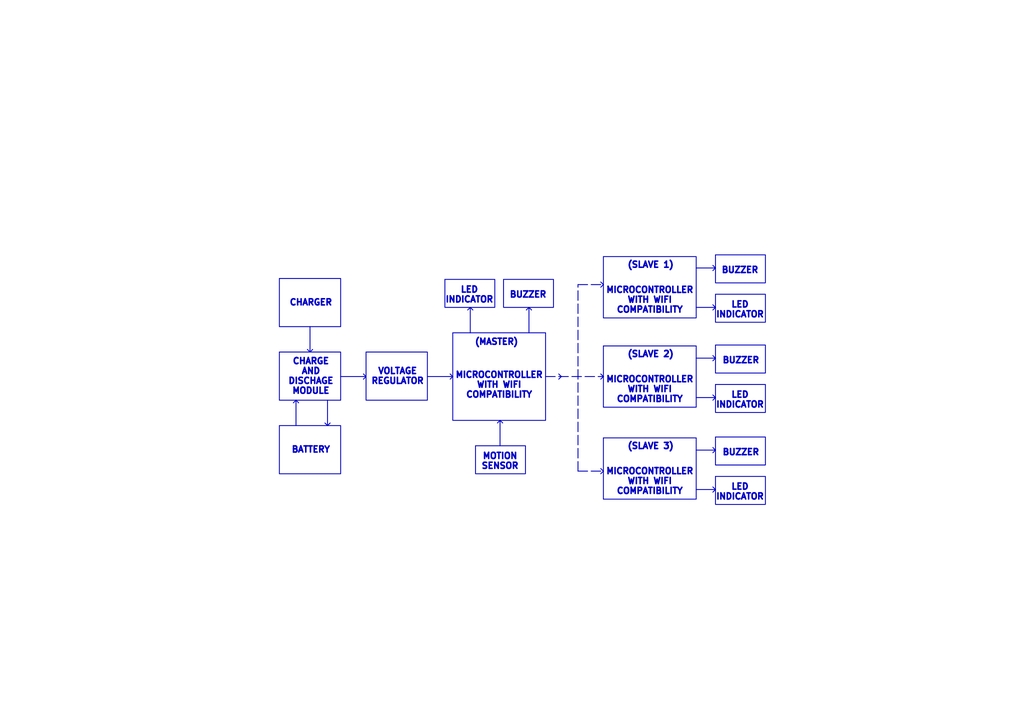
<source format=kicad_sch>
(kicad_sch
	(version 20250114)
	(generator "eeschema")
	(generator_version "9.0")
	(uuid "34458b80-ab5e-4313-b302-81163d4eba04")
	(paper "A4")
	(lib_symbols)
	(rectangle
		(start 175.006 74.422)
		(end 201.93 92.202)
		(stroke
			(width 0.254)
			(type solid)
		)
		(fill
			(type none)
		)
		(uuid 14072a9c-c3bb-4403-a44d-3574760fdc4c)
	)
	(rectangle
		(start 175.006 127)
		(end 201.93 144.78)
		(stroke
			(width 0.254)
			(type solid)
		)
		(fill
			(type none)
		)
		(uuid 14e1009b-3d96-4475-9cba-2078a735f07f)
	)
	(rectangle
		(start 81.026 123.444)
		(end 98.806 137.414)
		(stroke
			(width 0.254)
			(type solid)
		)
		(fill
			(type none)
		)
		(uuid 1732ec04-43b9-42dd-9bee-aa205ebf0671)
	)
	(rectangle
		(start 207.518 73.914)
		(end 221.996 82.042)
		(stroke
			(width 0.254)
			(type solid)
		)
		(fill
			(type none)
		)
		(uuid 17816932-59a2-4629-9348-1373216d84a1)
	)
	(rectangle
		(start 175.006 100.33)
		(end 201.93 118.11)
		(stroke
			(width 0.254)
			(type solid)
		)
		(fill
			(type none)
		)
		(uuid 18f7d72d-7c09-4ca6-920f-6657958fae22)
	)
	(rectangle
		(start 207.518 138.176)
		(end 221.996 146.304)
		(stroke
			(width 0.254)
			(type solid)
		)
		(fill
			(type none)
		)
		(uuid 334918a1-7d64-4616-915b-53e06bbf46eb)
	)
	(rectangle
		(start 106.172 102.108)
		(end 123.952 116.078)
		(stroke
			(width 0.254)
			(type solid)
		)
		(fill
			(type none)
		)
		(uuid 3dbe5808-f6e9-47a5-abcc-bc3f75389a28)
	)
	(rectangle
		(start 81.026 102.108)
		(end 98.806 116.078)
		(stroke
			(width 0.254)
			(type solid)
		)
		(fill
			(type none)
		)
		(uuid 47dd1eb0-9bc6-49cf-a75d-8377f8db36e4)
	)
	(rectangle
		(start 131.318 96.52)
		(end 158.242 121.92)
		(stroke
			(width 0.254)
			(type solid)
		)
		(fill
			(type none)
		)
		(uuid 587fab2e-008b-4ddd-9e2c-09cc70495ffa)
	)
	(rectangle
		(start 129.032 81.026)
		(end 143.51 89.154)
		(stroke
			(width 0.254)
			(type solid)
		)
		(fill
			(type none)
		)
		(uuid 6730bc39-fc53-4fc1-968d-409b247caa41)
	)
	(rectangle
		(start 207.518 100.076)
		(end 221.996 108.204)
		(stroke
			(width 0.254)
			(type solid)
		)
		(fill
			(type none)
		)
		(uuid 6a6be57c-cd12-42d1-baf8-da8cd71bc92a)
	)
	(rectangle
		(start 207.518 111.506)
		(end 221.996 119.634)
		(stroke
			(width 0.254)
			(type solid)
		)
		(fill
			(type none)
		)
		(uuid 9581cf4d-bb9c-4b51-ae84-c54817be5ac2)
	)
	(rectangle
		(start 146.05 81.026)
		(end 160.528 89.154)
		(stroke
			(width 0.254)
			(type solid)
		)
		(fill
			(type none)
		)
		(uuid b1bbeb54-a6d6-4b3d-91fa-693e450e4353)
	)
	(rectangle
		(start 207.518 126.746)
		(end 221.996 134.874)
		(stroke
			(width 0.254)
			(type solid)
		)
		(fill
			(type none)
		)
		(uuid ecded829-d995-4fcc-a242-02fd620a9145)
	)
	(rectangle
		(start 81.026 80.772)
		(end 98.806 94.742)
		(stroke
			(width 0.254)
			(type solid)
		)
		(fill
			(type none)
		)
		(uuid f4278f30-f3a5-4e2b-9cef-e58b892a17ce)
	)
	(rectangle
		(start 207.518 85.344)
		(end 221.996 93.472)
		(stroke
			(width 0.254)
			(type solid)
		)
		(fill
			(type none)
		)
		(uuid f5fa3416-47f6-4b93-a421-49efcdf48713)
	)
	(rectangle
		(start 137.922 129.286)
		(end 152.4 137.414)
		(stroke
			(width 0.254)
			(type solid)
		)
		(fill
			(type none)
		)
		(uuid fa987283-9a9c-4917-a320-312e3fa3c3a7)
	)
	(text "LED\nINDICATOR"
		(exclude_from_sim no)
		(at 136.144 85.598 0)
		(effects
			(font
				(size 1.778 1.778)
				(thickness 0.508)
				(bold yes)
			)
		)
		(uuid "0627fe00-7d40-4fa1-80a1-980aecf4fcbd")
	)
	(text "MOTION\nSENSOR"
		(exclude_from_sim no)
		(at 145.034 133.858 0)
		(effects
			(font
				(size 1.778 1.778)
				(thickness 0.508)
				(bold yes)
			)
		)
		(uuid "17c8267c-783c-4dbb-abbb-bc309da938a2")
	)
	(text "BATTERY"
		(exclude_from_sim no)
		(at 90.17 130.556 0)
		(effects
			(font
				(size 1.778 1.778)
				(thickness 0.508)
				(bold yes)
			)
		)
		(uuid "2c26037a-c3fd-4b61-bccc-62052d1476f3")
	)
	(text "LED\nINDICATOR"
		(exclude_from_sim no)
		(at 214.63 116.078 0)
		(effects
			(font
				(size 1.778 1.778)
				(thickness 0.508)
				(bold yes)
			)
		)
		(uuid "3740dcfa-9b0b-45c1-8c77-f35b003048f1")
	)
	(text "CHARGE\nAND\nDISCHAGE\nMODULE"
		(exclude_from_sim no)
		(at 90.17 109.22 0)
		(effects
			(font
				(size 1.778 1.778)
				(thickness 0.508)
				(bold yes)
			)
		)
		(uuid "3f76270f-ae70-47dc-b58c-bac80e3e1079")
	)
	(text "CHARGER"
		(exclude_from_sim no)
		(at 90.17 87.884 0)
		(effects
			(font
				(size 1.778 1.778)
				(thickness 0.508)
				(bold yes)
			)
		)
		(uuid "3fea2452-9631-41c9-92aa-874066ed16e3")
	)
	(text "BUZZER"
		(exclude_from_sim no)
		(at 214.884 104.648 0)
		(effects
			(font
				(size 1.778 1.778)
				(thickness 0.508)
				(bold yes)
			)
		)
		(uuid "40346193-1e1f-4c97-a599-d12e2a07b18b")
	)
	(text "BUZZER"
		(exclude_from_sim no)
		(at 153.162 85.598 0)
		(effects
			(font
				(size 1.778 1.778)
				(thickness 0.508)
				(bold yes)
			)
		)
		(uuid "44b529c4-c21e-426a-9c16-2fa930101b23")
	)
	(text "MICROCONTROLLER\nWITH WIFI\nCOMPATIBILITY"
		(exclude_from_sim no)
		(at 188.468 139.7 0)
		(effects
			(font
				(size 1.778 1.778)
				(thickness 0.508)
				(bold yes)
			)
		)
		(uuid "57c65877-1175-47d6-9427-9361c0004bae")
	)
	(text "BUZZER"
		(exclude_from_sim no)
		(at 214.884 131.318 0)
		(effects
			(font
				(size 1.778 1.778)
				(thickness 0.508)
				(bold yes)
			)
		)
		(uuid "61d12448-bea7-45d9-a8f9-4e358ca98a01")
	)
	(text "(SLAVE 2)"
		(exclude_from_sim no)
		(at 188.722 102.87 0)
		(effects
			(font
				(size 1.778 1.778)
				(thickness 0.508)
				(bold yes)
			)
		)
		(uuid "72a2be77-bd4b-4a8d-9cb8-3f8949346489")
	)
	(text "MICROCONTROLLER\nWITH WIFI\nCOMPATIBILITY"
		(exclude_from_sim no)
		(at 144.78 111.76 0)
		(effects
			(font
				(size 1.778 1.778)
				(thickness 0.508)
				(bold yes)
			)
		)
		(uuid "77586a7f-1acf-499b-96ec-1ecf8879a373")
	)
	(text "(SLAVE 3)"
		(exclude_from_sim no)
		(at 188.722 129.54 0)
		(effects
			(font
				(size 1.778 1.778)
				(thickness 0.508)
				(bold yes)
			)
		)
		(uuid "8cce9f95-2fff-4e06-a3d7-2385cab715d8")
	)
	(text "MICROCONTROLLER\nWITH WIFI\nCOMPATIBILITY"
		(exclude_from_sim no)
		(at 188.468 87.122 0)
		(effects
			(font
				(size 1.778 1.778)
				(thickness 0.508)
				(bold yes)
			)
		)
		(uuid "91a55261-3049-476d-b6fe-2e61f97cb303")
	)
	(text "BUZZER"
		(exclude_from_sim no)
		(at 214.63 78.486 0)
		(effects
			(font
				(size 1.778 1.778)
				(thickness 0.508)
				(bold yes)
			)
		)
		(uuid "b349d814-3437-4eb6-a612-af1e9040e587")
	)
	(text "LED\nINDICATOR"
		(exclude_from_sim no)
		(at 214.63 142.748 0)
		(effects
			(font
				(size 1.778 1.778)
				(thickness 0.508)
				(bold yes)
			)
		)
		(uuid "b7954cc4-9361-40f2-8762-fb2ef8910147")
	)
	(text "(SLAVE 1)"
		(exclude_from_sim no)
		(at 188.722 76.962 0)
		(effects
			(font
				(size 1.778 1.778)
				(thickness 0.508)
				(bold yes)
			)
		)
		(uuid "dde04956-c094-42f2-b9e0-0036872d4321")
	)
	(text "LED\nINDICATOR"
		(exclude_from_sim no)
		(at 214.63 89.916 0)
		(effects
			(font
				(size 1.778 1.778)
				(thickness 0.508)
				(bold yes)
			)
		)
		(uuid "ea65da36-b0c8-4c3e-b46d-983b0b7e71f8")
	)
	(text "VOLTAGE\nREGULATOR"
		(exclude_from_sim no)
		(at 115.316 109.22 0)
		(effects
			(font
				(size 1.778 1.778)
				(thickness 0.508)
				(bold yes)
			)
		)
		(uuid "f3dee690-287d-4b5c-bc27-5c4788c64c06")
	)
	(text "(MASTER)"
		(exclude_from_sim no)
		(at 144.018 99.314 0)
		(effects
			(font
				(size 1.778 1.778)
				(thickness 0.508)
				(bold yes)
			)
		)
		(uuid "f6540e29-be1f-47f4-88cd-880dcf01fada")
	)
	(text "MICROCONTROLLER\nWITH WIFI\nCOMPATIBILITY"
		(exclude_from_sim no)
		(at 188.468 113.03 0)
		(effects
			(font
				(size 1.778 1.778)
				(thickness 0.508)
				(bold yes)
			)
		)
		(uuid "fa498944-09a1-41f0-9411-4b1be6984aee")
	)
	(polyline
		(pts
			(xy 89.916 94.742) (xy 89.916 102.108)
		)
		(stroke
			(width 0.254)
			(type solid)
		)
		(uuid "08abad27-4319-4f36-bfd2-b89c58d59a1a")
	)
	(polyline
		(pts
			(xy 206.756 88.392) (xy 207.518 89.154)
		)
		(stroke
			(width 0.254)
			(type solid)
		)
		(uuid "0ef9b2c1-f902-4bd1-8925-5e044ee54faa")
	)
	(polyline
		(pts
			(xy 135.636 89.916) (xy 136.398 89.154)
		)
		(stroke
			(width 0.254)
			(type solid)
		)
		(uuid "10fd23ed-18f4-4111-a510-fbb0d10052c8")
	)
	(polyline
		(pts
			(xy 174.244 137.414) (xy 175.006 136.652)
		)
		(stroke
			(width 0.254)
			(type solid)
		)
		(uuid "14a3445e-f5c6-4fad-8bc6-7ad4a611273e")
	)
	(polyline
		(pts
			(xy 206.756 103.124) (xy 207.518 103.886)
		)
		(stroke
			(width 0.254)
			(type solid)
		)
		(uuid "211d51ad-3770-4cf8-be09-265c57c8d49b")
	)
	(polyline
		(pts
			(xy 201.93 141.986) (xy 207.518 141.986)
		)
		(stroke
			(width 0.254)
			(type solid)
		)
		(uuid "2825a86b-1d13-4b28-98a2-79f451019994")
	)
	(polyline
		(pts
			(xy 167.64 82.55) (xy 175.006 82.55)
		)
		(stroke
			(width 0.254)
			(type dash)
		)
		(uuid "28d2a8e8-b9f5-463e-be46-d3834e16c2c5")
	)
	(polyline
		(pts
			(xy 86.614 116.84) (xy 85.852 116.078)
		)
		(stroke
			(width 0.254)
			(type solid)
		)
		(uuid "2f92a465-48a4-41ac-aedb-c37780b274cf")
	)
	(polyline
		(pts
			(xy 206.756 131.318) (xy 207.518 130.556)
		)
		(stroke
			(width 0.254)
			(type solid)
		)
		(uuid "30095610-1619-4ce6-8d3f-50c8e4a96f2b")
	)
	(polyline
		(pts
			(xy 158.242 109.22) (xy 175.006 109.22)
		)
		(stroke
			(width 0.254)
			(type dash)
		)
		(uuid "324f1bda-a744-44a5-b9f4-96c98da3f9da")
	)
	(polyline
		(pts
			(xy 153.416 96.52) (xy 153.416 89.154)
		)
		(stroke
			(width 0.254)
			(type solid)
		)
		(uuid "39729ac3-949c-403c-adff-ec08e9f16ab3")
	)
	(polyline
		(pts
			(xy 201.93 103.886) (xy 207.518 103.886)
		)
		(stroke
			(width 0.254)
			(type solid)
		)
		(uuid "3a8da623-a8e6-4b3e-97c7-bea4d52246f2")
	)
	(polyline
		(pts
			(xy 154.178 89.916) (xy 153.416 89.154)
		)
		(stroke
			(width 0.254)
			(type solid)
		)
		(uuid "3c9f2129-020e-48f1-9276-eb36844649cc")
	)
	(polyline
		(pts
			(xy 136.398 96.52) (xy 136.398 89.154)
		)
		(stroke
			(width 0.254)
			(type solid)
		)
		(uuid "3fccd806-3f97-4228-91c4-62f7fe581d3f")
	)
	(polyline
		(pts
			(xy 85.852 123.444) (xy 85.852 116.078)
		)
		(stroke
			(width 0.254)
			(type solid)
		)
		(uuid "47bfafa2-74bb-4da4-a638-2c6e2bafe8c2")
	)
	(polyline
		(pts
			(xy 201.93 89.154) (xy 207.518 89.154)
		)
		(stroke
			(width 0.254)
			(type solid)
		)
		(uuid "48ce1796-ce5e-4982-8860-4c6f231d1e1c")
	)
	(polyline
		(pts
			(xy 167.64 136.652) (xy 175.006 136.652)
		)
		(stroke
			(width 0.254)
			(type dash)
		)
		(uuid "49775d2e-0d84-4f3f-956c-bef287124022")
	)
	(polyline
		(pts
			(xy 201.93 130.556) (xy 207.518 130.556)
		)
		(stroke
			(width 0.254)
			(type solid)
		)
		(uuid "5a4528b7-585b-4d3c-b680-b2122547684b")
	)
	(polyline
		(pts
			(xy 206.756 89.916) (xy 207.518 89.154)
		)
		(stroke
			(width 0.254)
			(type solid)
		)
		(uuid "5aa1f21b-784c-448e-86a4-1b9465a4a892")
	)
	(polyline
		(pts
			(xy 206.756 142.748) (xy 207.518 141.986)
		)
		(stroke
			(width 0.254)
			(type solid)
		)
		(uuid "5b4c45ba-a62f-4083-a1c3-f6276cbc48fd")
	)
	(polyline
		(pts
			(xy 206.756 141.224) (xy 207.518 141.986)
		)
		(stroke
			(width 0.254)
			(type solid)
		)
		(uuid "5ec88399-310c-4737-b801-c82831491103")
	)
	(polyline
		(pts
			(xy 162.052 108.458) (xy 162.814 109.22)
		)
		(stroke
			(width 0.254)
			(type solid)
		)
		(uuid "602af69c-671c-4a31-9413-66d3649a9115")
	)
	(polyline
		(pts
			(xy 94.234 122.682) (xy 94.996 123.444)
		)
		(stroke
			(width 0.254)
			(type solid)
		)
		(uuid "618db84e-f8b0-4a27-b5c9-aa5acb189559")
	)
	(polyline
		(pts
			(xy 206.756 116.078) (xy 207.518 115.316)
		)
		(stroke
			(width 0.254)
			(type solid)
		)
		(uuid "73c2a183-ff89-4cd6-a4f5-21419aa116d3")
	)
	(polyline
		(pts
			(xy 145.034 129.286) (xy 145.034 121.92)
		)
		(stroke
			(width 0.254)
			(type solid)
		)
		(uuid "77824a25-512c-4f9d-beb3-3cd942fdfa9a")
	)
	(polyline
		(pts
			(xy 201.93 115.316) (xy 207.518 115.316)
		)
		(stroke
			(width 0.254)
			(type solid)
		)
		(uuid "7ed1f487-66a4-4fff-bbd0-3b5985ab0ab7")
	)
	(polyline
		(pts
			(xy 137.16 89.916) (xy 136.398 89.154)
		)
		(stroke
			(width 0.254)
			(type solid)
		)
		(uuid "813c051c-1058-49eb-81bf-212483dee88e")
	)
	(polyline
		(pts
			(xy 174.244 109.982) (xy 175.006 109.22)
		)
		(stroke
			(width 0.254)
			(type solid)
		)
		(uuid "8dc56f3b-96d3-4249-b8ee-9348981a2e63")
	)
	(polyline
		(pts
			(xy 90.678 101.346) (xy 89.916 102.108)
		)
		(stroke
			(width 0.254)
			(type solid)
		)
		(uuid "91a5d283-3bf9-4253-b17e-b3193f500a59")
	)
	(polyline
		(pts
			(xy 201.93 77.724) (xy 207.518 77.724)
		)
		(stroke
			(width 0.254)
			(type solid)
		)
		(uuid "92e8083e-8b3d-4644-8ff9-729f87638b69")
	)
	(polyline
		(pts
			(xy 174.244 135.89) (xy 175.006 136.652)
		)
		(stroke
			(width 0.254)
			(type solid)
		)
		(uuid "94496bde-3c28-42b5-87bd-dba713458a55")
	)
	(polyline
		(pts
			(xy 167.64 136.652) (xy 167.64 82.55)
		)
		(stroke
			(width 0.254)
			(type dash)
		)
		(uuid "95b84458-3d4c-43a7-8e41-4ec05b836e65")
	)
	(polyline
		(pts
			(xy 174.244 108.458) (xy 175.006 109.22)
		)
		(stroke
			(width 0.254)
			(type solid)
		)
		(uuid "a6f607d8-3785-4138-a279-739561e2d336")
	)
	(polyline
		(pts
			(xy 105.41 109.982) (xy 106.172 109.22)
		)
		(stroke
			(width 0.254)
			(type solid)
		)
		(uuid "a7b8bc34-ee56-4e34-836c-7218009383ff")
	)
	(polyline
		(pts
			(xy 95.758 122.682) (xy 94.996 123.444)
		)
		(stroke
			(width 0.254)
			(type solid)
		)
		(uuid "b102787e-4b01-4ae7-982f-4b386a825368")
	)
	(polyline
		(pts
			(xy 105.41 108.458) (xy 106.172 109.22)
		)
		(stroke
			(width 0.254)
			(type solid)
		)
		(uuid "b21f2b77-7187-484c-8267-18818a96fb02")
	)
	(polyline
		(pts
			(xy 85.09 116.84) (xy 85.852 116.078)
		)
		(stroke
			(width 0.254)
			(type solid)
		)
		(uuid "b7edccb9-bd35-4970-a6c8-3ed086d647f1")
	)
	(polyline
		(pts
			(xy 206.756 129.794) (xy 207.518 130.556)
		)
		(stroke
			(width 0.254)
			(type solid)
		)
		(uuid "bceb7b06-dc5b-4184-80cd-c9c6e1a22f96")
	)
	(polyline
		(pts
			(xy 144.272 122.682) (xy 145.034 121.92)
		)
		(stroke
			(width 0.254)
			(type solid)
		)
		(uuid "c3477830-f909-417c-83d7-8243d18ddc36")
	)
	(polyline
		(pts
			(xy 206.756 104.648) (xy 207.518 103.886)
		)
		(stroke
			(width 0.254)
			(type solid)
		)
		(uuid "c4d86cda-2fb7-437e-b6f5-62a5d1185e10")
	)
	(polyline
		(pts
			(xy 174.244 83.312) (xy 175.006 82.55)
		)
		(stroke
			(width 0.254)
			(type solid)
		)
		(uuid "c4ea0ea3-2747-49ed-9879-609c18093650")
	)
	(polyline
		(pts
			(xy 89.154 101.346) (xy 89.916 102.108)
		)
		(stroke
			(width 0.254)
			(type solid)
		)
		(uuid "c861ee76-39ef-4af7-9085-184687990548")
	)
	(polyline
		(pts
			(xy 152.654 89.916) (xy 153.416 89.154)
		)
		(stroke
			(width 0.254)
			(type solid)
		)
		(uuid "c8c4b17d-4a35-4d37-9c5b-2d442d222aa0")
	)
	(polyline
		(pts
			(xy 130.556 109.982) (xy 131.318 109.22)
		)
		(stroke
			(width 0.254)
			(type solid)
		)
		(uuid "cd691474-ec78-4492-b8bb-0c66925421aa")
	)
	(polyline
		(pts
			(xy 206.756 78.486) (xy 207.518 77.724)
		)
		(stroke
			(width 0.254)
			(type solid)
		)
		(uuid "d1cb94cf-734a-4e4a-9817-6f6d0dd585d1")
	)
	(polyline
		(pts
			(xy 174.244 81.788) (xy 175.006 82.55)
		)
		(stroke
			(width 0.254)
			(type solid)
		)
		(uuid "d2b19cd5-4f80-42a6-bf37-d9de4229a3fb")
	)
	(polyline
		(pts
			(xy 94.996 116.078) (xy 94.996 123.444)
		)
		(stroke
			(width 0.254)
			(type solid)
		)
		(uuid "d6650f26-59b6-4a16-836b-dc8c06d2a913")
	)
	(polyline
		(pts
			(xy 130.556 108.458) (xy 131.318 109.22)
		)
		(stroke
			(width 0.254)
			(type solid)
		)
		(uuid "d7d466c0-d76e-498d-9aa8-9df2601da536")
	)
	(polyline
		(pts
			(xy 206.756 114.554) (xy 207.518 115.316)
		)
		(stroke
			(width 0.254)
			(type solid)
		)
		(uuid "e83f6ec5-a149-459c-ba4a-c26e3dd77d1a")
	)
	(polyline
		(pts
			(xy 162.052 109.982) (xy 162.814 109.22)
		)
		(stroke
			(width 0.254)
			(type solid)
		)
		(uuid "ec70fe22-7a4d-47aa-bf1a-0ec942d3d05f")
	)
	(polyline
		(pts
			(xy 98.806 109.22) (xy 106.172 109.22)
		)
		(stroke
			(width 0.254)
			(type solid)
		)
		(uuid "f2a99dd4-7141-4c07-92c1-a2cf8a5d41ab")
	)
	(polyline
		(pts
			(xy 123.952 109.22) (xy 131.318 109.22)
		)
		(stroke
			(width 0.254)
			(type solid)
		)
		(uuid "f2e1243c-5179-4aab-a2a7-f83c9078d135")
	)
	(polyline
		(pts
			(xy 145.796 122.682) (xy 145.034 121.92)
		)
		(stroke
			(width 0.254)
			(type solid)
		)
		(uuid "fc694646-dd0d-44cb-a9d9-1f4b3e80134f")
	)
	(polyline
		(pts
			(xy 206.756 76.962) (xy 207.518 77.724)
		)
		(stroke
			(width 0.254)
			(type solid)
		)
		(uuid "fdb0f237-b260-47b5-9f39-71fb0db72d21")
	)
	(sheet_instances
		(path "/"
			(page "1")
		)
	)
	(embedded_fonts no)
)

</source>
